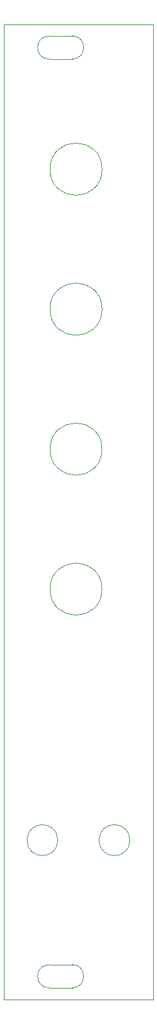
<source format=gbr>
%TF.GenerationSoftware,KiCad,Pcbnew,(5.1.6-0)*%
%TF.CreationDate,2022-12-06T13:55:02-05:00*%
%TF.ProjectId,KickDrumPanel,4b69636b-4472-4756-9d50-616e656c2e6b,rev?*%
%TF.SameCoordinates,Original*%
%TF.FileFunction,Profile,NP*%
%FSLAX46Y46*%
G04 Gerber Fmt 4.6, Leading zero omitted, Abs format (unit mm)*
G04 Created by KiCad (PCBNEW (5.1.6-0)) date 2022-12-06 13:55:02*
%MOMM*%
%LPD*%
G01*
G04 APERTURE LIST*
%TA.AperFunction,Profile*%
%ADD10C,0.050000*%
%TD*%
G04 APERTURE END LIST*
D10*
X155194000Y-166878000D02*
X158242000Y-166878000D01*
X155194000Y-166878000D02*
G75*
G03*
X155194000Y-169926000I0J-1524000D01*
G01*
X158242000Y-169926000D02*
G75*
G03*
X158242000Y-166878000I0J1524000D01*
G01*
X158242000Y-169926000D02*
X155194000Y-169926000D01*
X155194000Y-47752000D02*
G75*
G02*
X155194000Y-44704000I0J1524000D01*
G01*
X158242000Y-44704000D02*
G75*
G02*
X158242000Y-47752000I0J-1524000D01*
G01*
X155194000Y-47752000D02*
X158242000Y-47752000D01*
X158242000Y-44704000D02*
X155194000Y-44704000D01*
X162188395Y-80645000D02*
G75*
G03*
X162188395Y-80645000I-3438395J0D01*
G01*
X165865965Y-150495000D02*
G75*
G03*
X165865965Y-150495000I-2035965J0D01*
G01*
X156337000Y-150495000D02*
G75*
G03*
X156337000Y-150495000I-2032000J0D01*
G01*
X162179000Y-117475000D02*
G75*
G03*
X162179000Y-117475000I-3429000J0D01*
G01*
X162179000Y-99060000D02*
G75*
G03*
X162179000Y-99060000I-3429000J0D01*
G01*
X162188395Y-62230000D02*
G75*
G03*
X162188395Y-62230000I-3438395J0D01*
G01*
X168910000Y-171450000D02*
X149225000Y-171450000D01*
X168910000Y-157480000D02*
X168910000Y-171450000D01*
X149225000Y-157480000D02*
X149225000Y-171450000D01*
X168910000Y-43180000D02*
X149225000Y-43180000D01*
X168910000Y-57150000D02*
X168910000Y-43180000D01*
X149225000Y-57150000D02*
X149225000Y-43180000D01*
X168910000Y-157480000D02*
X168910000Y-57150000D01*
X149225000Y-57150000D02*
X149225000Y-157480000D01*
M02*

</source>
